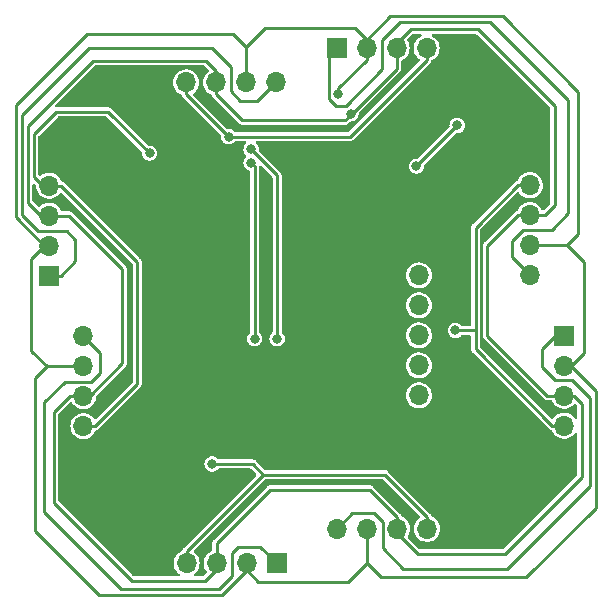
<source format=gbl>
G04 #@! TF.GenerationSoftware,KiCad,Pcbnew,7.0.2-6a45011f42~172~ubuntu22.04.1*
G04 #@! TF.CreationDate,2023-05-08T10:08:59-04:00*
G04 #@! TF.ProjectId,v2,76322e6b-6963-4616-945f-706362585858,rev?*
G04 #@! TF.SameCoordinates,Original*
G04 #@! TF.FileFunction,Copper,L2,Bot*
G04 #@! TF.FilePolarity,Positive*
%FSLAX46Y46*%
G04 Gerber Fmt 4.6, Leading zero omitted, Abs format (unit mm)*
G04 Created by KiCad (PCBNEW 7.0.2-6a45011f42~172~ubuntu22.04.1) date 2023-05-08 10:08:59*
%MOMM*%
%LPD*%
G01*
G04 APERTURE LIST*
G04 #@! TA.AperFunction,ComponentPad*
%ADD10O,1.700000X1.700000*%
G04 #@! TD*
G04 #@! TA.AperFunction,ComponentPad*
%ADD11R,1.700000X1.700000*%
G04 #@! TD*
G04 #@! TA.AperFunction,ViaPad*
%ADD12C,0.800000*%
G04 #@! TD*
G04 #@! TA.AperFunction,Conductor*
%ADD13C,0.250000*%
G04 #@! TD*
G04 APERTURE END LIST*
D10*
X87300000Y-121800000D03*
X89840000Y-121800000D03*
X92380000Y-121800000D03*
X94920000Y-121800000D03*
D11*
X97460000Y-121800000D03*
D10*
X109500000Y-107600000D03*
X109500000Y-105060000D03*
X109500000Y-102520000D03*
X109500000Y-99980000D03*
X109500000Y-97440000D03*
D11*
X109500000Y-94900000D03*
X102540000Y-78200000D03*
D10*
X105080000Y-78200000D03*
X107620000Y-78200000D03*
X110160000Y-78200000D03*
X112700000Y-78200000D03*
X121800000Y-112700000D03*
X121800000Y-110160000D03*
X121800000Y-107620000D03*
X121800000Y-105080000D03*
D11*
X121800000Y-102540000D03*
X81100000Y-112740000D03*
D10*
X81100000Y-110200000D03*
X81100000Y-107660000D03*
X81100000Y-105120000D03*
X81100000Y-102580000D03*
D11*
X118900000Y-87260000D03*
D10*
X118900000Y-89800000D03*
X118900000Y-92340000D03*
X118900000Y-94880000D03*
X118900000Y-97420000D03*
X78200000Y-87300000D03*
X78200000Y-89840000D03*
X78200000Y-92380000D03*
X78200000Y-94920000D03*
D11*
X78200000Y-97460000D03*
X87260000Y-81100000D03*
D10*
X89800000Y-81100000D03*
X92340000Y-81100000D03*
X94880000Y-81100000D03*
X97420000Y-81100000D03*
X102580000Y-118900000D03*
X105120000Y-118900000D03*
X107660000Y-118900000D03*
X110200000Y-118900000D03*
D11*
X112740000Y-118900000D03*
D12*
X112600000Y-102100000D03*
X97500000Y-102800000D03*
X92000000Y-113400000D03*
X95600000Y-102800000D03*
X103750000Y-83750000D03*
X102697655Y-82097655D03*
X112750000Y-84750000D03*
X109300000Y-88200000D03*
X95300000Y-86774500D03*
X95300000Y-87900000D03*
X86700000Y-87100000D03*
X93400000Y-85700000D03*
D13*
X78000000Y-105120000D02*
X76700000Y-103820000D01*
X76700000Y-103820000D02*
X76700000Y-96020000D01*
X76700000Y-96020000D02*
X77800000Y-94920000D01*
X77800000Y-94920000D02*
X75400000Y-92520000D01*
X75400000Y-92520000D02*
X75400000Y-83000000D01*
X75400000Y-83000000D02*
X81400000Y-77000000D01*
X81400000Y-77000000D02*
X93760000Y-77000000D01*
X93760000Y-77000000D02*
X94880000Y-78120000D01*
X79200000Y-97460000D02*
X78200000Y-97460000D01*
X94920000Y-122400000D02*
X95920000Y-123400000D01*
X95920000Y-123400000D02*
X103520000Y-123400000D01*
X103520000Y-123400000D02*
X105120000Y-121800000D01*
X122080000Y-94880000D02*
X123500000Y-96300000D01*
X123500000Y-96300000D02*
X123500000Y-104000000D01*
X123500000Y-104000000D02*
X122400000Y-105100000D01*
X105080000Y-77500000D02*
X104080000Y-76500000D01*
X104080000Y-76500000D02*
X96500000Y-76500000D01*
X96500000Y-76500000D02*
X94880000Y-78120000D01*
X81100000Y-110200000D02*
X82100000Y-110200000D01*
X77640000Y-89840000D02*
X76900000Y-89100000D01*
X82100000Y-110200000D02*
X85660000Y-106640000D01*
X85660000Y-106640000D02*
X85660000Y-96300000D01*
X85660000Y-96300000D02*
X79200000Y-89840000D01*
X79200000Y-89840000D02*
X77640000Y-89840000D01*
X76900000Y-85500000D02*
X78800000Y-83600000D01*
X76900000Y-89100000D02*
X76900000Y-85500000D01*
X78800000Y-83600000D02*
X83200000Y-83600000D01*
X83200000Y-83600000D02*
X86700000Y-87100000D01*
X84400000Y-96900000D02*
X84400000Y-104900000D01*
X77480000Y-92380000D02*
X79880000Y-92380000D01*
X79880000Y-92380000D02*
X84400000Y-96900000D01*
X81950001Y-79249999D02*
X76400000Y-84800000D01*
X103750000Y-83823147D02*
X103273147Y-84300000D01*
X76400000Y-84800000D02*
X76400000Y-91300000D01*
X91449999Y-79249999D02*
X81950001Y-79249999D01*
X92340000Y-80140000D02*
X91449999Y-79249999D01*
X92340000Y-82100000D02*
X92340000Y-80140000D01*
X76400000Y-91300000D02*
X77480000Y-92380000D01*
X94540000Y-84300000D02*
X92340000Y-82100000D01*
X103273147Y-84300000D02*
X94540000Y-84300000D01*
X103750000Y-83750000D02*
X103750000Y-83823147D01*
X84400000Y-104900000D02*
X81640000Y-107660000D01*
X81640000Y-107660000D02*
X81100000Y-107660000D01*
X97420000Y-81100000D02*
X95820000Y-82700000D01*
X95820000Y-82700000D02*
X94400000Y-82700000D01*
X94400000Y-82700000D02*
X93565000Y-81865000D01*
X93565000Y-81865000D02*
X93565000Y-79765000D01*
X93565000Y-79765000D02*
X92000000Y-78200000D01*
X92000000Y-78200000D02*
X81600000Y-78200000D01*
X80425000Y-96235000D02*
X79200000Y-97460000D01*
X81600000Y-78200000D02*
X75900000Y-83900000D01*
X75900000Y-83900000D02*
X75900000Y-92300000D01*
X80425000Y-94412588D02*
X80425000Y-96235000D01*
X75900000Y-92300000D02*
X77295000Y-93695000D01*
X79707412Y-93695000D02*
X80425000Y-94412588D01*
X77295000Y-93695000D02*
X79707412Y-93695000D01*
X94880000Y-78120000D02*
X94880000Y-81100000D01*
X89800000Y-82100000D02*
X89800000Y-81100000D01*
X110160000Y-79200000D02*
X110160000Y-78200000D01*
X102500000Y-83100000D02*
X101922655Y-82522655D01*
X103300000Y-83100000D02*
X102500000Y-83100000D01*
X117400000Y-95920000D02*
X117400000Y-94500000D01*
X106395000Y-80005000D02*
X103300000Y-83100000D01*
X106395000Y-77498794D02*
X106395000Y-80005000D01*
X107893794Y-76000000D02*
X106395000Y-77498794D01*
X122100000Y-82600000D02*
X115500000Y-76000000D01*
X101922655Y-82522655D02*
X101922655Y-78817345D01*
X122100000Y-92200000D02*
X122100000Y-82600000D01*
X118900000Y-97420000D02*
X117400000Y-95920000D01*
X115500000Y-76000000D02*
X107893794Y-76000000D01*
X120735000Y-93565000D02*
X122100000Y-92200000D01*
X118335000Y-93565000D02*
X120735000Y-93565000D01*
X117400000Y-94500000D02*
X118335000Y-93565000D01*
X101922655Y-78817345D02*
X102540000Y-78200000D01*
X105360000Y-115600000D02*
X107660000Y-117900000D01*
X107660000Y-119260000D02*
X109400000Y-121000000D01*
X109400000Y-121000000D02*
X116800000Y-121000000D01*
X107660000Y-117900000D02*
X107660000Y-119260000D01*
X96900000Y-115600000D02*
X105360000Y-115600000D01*
X91400000Y-123300000D02*
X92380000Y-122320000D01*
X81100000Y-107660000D02*
X79940000Y-107660000D01*
X117900000Y-92340000D02*
X120160000Y-92340000D01*
X114500000Y-76600000D02*
X108800000Y-76600000D01*
X108800000Y-76600000D02*
X107620000Y-77780000D01*
X78600000Y-116700000D02*
X85200000Y-123300000D01*
X85200000Y-123300000D02*
X91400000Y-123300000D01*
X116800000Y-121000000D02*
X123300000Y-114500000D01*
X92380000Y-120120000D02*
X96900000Y-115600000D01*
X92380000Y-122320000D02*
X92380000Y-120120000D01*
X123300000Y-108300000D02*
X122620000Y-107620000D01*
X78600000Y-109000000D02*
X78600000Y-116700000D01*
X79940000Y-107660000D02*
X78600000Y-109000000D01*
X121000000Y-91500000D02*
X121000000Y-83100000D01*
X123300000Y-114500000D02*
X123300000Y-108300000D01*
X122620000Y-107620000D02*
X120370000Y-107620000D01*
X120370000Y-107620000D02*
X115300000Y-102550000D01*
X115300000Y-102550000D02*
X115300000Y-94940000D01*
X115300000Y-94940000D02*
X117900000Y-92340000D01*
X107620000Y-77780000D02*
X107620000Y-79200000D01*
X120160000Y-92340000D02*
X121000000Y-91500000D01*
X121000000Y-83100000D02*
X114500000Y-76600000D01*
X122080000Y-94880000D02*
X123000000Y-93960000D01*
X123000000Y-93960000D02*
X123000000Y-81900000D01*
X123000000Y-81900000D02*
X116600000Y-75500000D01*
X116600000Y-75500000D02*
X107080000Y-75500000D01*
X107080000Y-75500000D02*
X105080000Y-77500000D01*
X117900000Y-89800000D02*
X118900000Y-89800000D01*
X118900000Y-94880000D02*
X122080000Y-94880000D01*
X121005000Y-106305000D02*
X119900000Y-105200000D01*
X119900000Y-103700000D02*
X121060000Y-102540000D01*
X119900000Y-105200000D02*
X119900000Y-103700000D01*
X124000000Y-107800000D02*
X122505000Y-106305000D01*
X124000000Y-115300000D02*
X124000000Y-107800000D01*
X108200000Y-122300000D02*
X117000000Y-122300000D01*
X121060000Y-102540000D02*
X121800000Y-102540000D01*
X122505000Y-106305000D02*
X121005000Y-106305000D01*
X106435000Y-118335000D02*
X106435000Y-120535000D01*
X105700000Y-117600000D02*
X106435000Y-118335000D01*
X106435000Y-120535000D02*
X108200000Y-122300000D01*
X103880000Y-117600000D02*
X105700000Y-117600000D01*
X117000000Y-122300000D02*
X124000000Y-115300000D01*
X102580000Y-118900000D02*
X103880000Y-117600000D01*
X122400000Y-105100000D02*
X121820000Y-105100000D01*
X121820000Y-105100000D02*
X121800000Y-105080000D01*
X114300000Y-102100000D02*
X114300000Y-103660000D01*
X114300000Y-103660000D02*
X120800000Y-110160000D01*
X120800000Y-110160000D02*
X121800000Y-110160000D01*
X105120000Y-121800000D02*
X106320000Y-123000000D01*
X106320000Y-123000000D02*
X118600000Y-123000000D01*
X118600000Y-123000000D02*
X124500000Y-117100000D01*
X124500000Y-117100000D02*
X124500000Y-107200000D01*
X124500000Y-107200000D02*
X122400000Y-105100000D01*
X110200000Y-118900000D02*
X110200000Y-117900000D01*
X110200000Y-117900000D02*
X106600000Y-114300000D01*
X106600000Y-114300000D02*
X96340000Y-114300000D01*
X105120000Y-118900000D02*
X105120000Y-121800000D01*
X89840000Y-120800000D02*
X89840000Y-121800000D01*
X81100000Y-102580000D02*
X82500000Y-103980000D01*
X82500000Y-103980000D02*
X82500000Y-105700000D01*
X94200000Y-120400000D02*
X96060000Y-120400000D01*
X96060000Y-120400000D02*
X97460000Y-121800000D01*
X82500000Y-105700000D02*
X81765000Y-106435000D01*
X84300000Y-124000000D02*
X92592894Y-124000000D01*
X81765000Y-106435000D02*
X79565000Y-106435000D01*
X93695000Y-120905000D02*
X94200000Y-120400000D01*
X79565000Y-106435000D02*
X77800000Y-108200000D01*
X77800000Y-108200000D02*
X77800000Y-117500000D01*
X77800000Y-117500000D02*
X84300000Y-124000000D01*
X92592894Y-124000000D02*
X93695000Y-122897894D01*
X93695000Y-122897894D02*
X93695000Y-120905000D01*
X78000000Y-105120000D02*
X77000000Y-106120000D01*
X77000000Y-106120000D02*
X77000000Y-119100000D01*
X77000000Y-119100000D02*
X82400000Y-124500000D01*
X82400000Y-124500000D02*
X92800000Y-124500000D01*
X92800000Y-124500000D02*
X94920000Y-122380000D01*
X81100000Y-105120000D02*
X78000000Y-105120000D01*
X105080000Y-79200000D02*
X102697655Y-81582345D01*
X102697655Y-81582345D02*
X102697655Y-82097655D01*
X105080000Y-79200000D02*
X105080000Y-77500000D01*
X114300000Y-93400000D02*
X114300000Y-102100000D01*
X112600000Y-102100000D02*
X114300000Y-102100000D01*
X97500000Y-88974500D02*
X97500000Y-102800000D01*
X96025500Y-87500000D02*
X97500000Y-88974500D01*
X95600000Y-102800000D02*
X95600000Y-88200000D01*
X95600000Y-88200000D02*
X95300000Y-87900000D01*
X95300000Y-86774500D02*
X96025500Y-87500000D01*
X92000000Y-113400000D02*
X95440000Y-113400000D01*
X95440000Y-113400000D02*
X96340000Y-114300000D01*
X109300000Y-88200000D02*
X112750000Y-84750000D01*
X107620000Y-79200000D02*
X107620000Y-79953147D01*
X103750000Y-83750000D02*
X103823147Y-83750000D01*
X103823147Y-83750000D02*
X107620000Y-79953147D01*
X117900000Y-89800000D02*
X114300000Y-93400000D01*
X96340000Y-114300000D02*
X89840000Y-120800000D01*
X103660000Y-85700000D02*
X110160000Y-79200000D01*
X93400000Y-85700000D02*
X89800000Y-82100000D01*
X93400000Y-85700000D02*
X103660000Y-85700000D01*
G04 #@! TA.AperFunction,Conductor*
G36*
X109678371Y-76995185D02*
G01*
X109724126Y-77047989D01*
X109734070Y-77117147D01*
X109705045Y-77180703D01*
X109676609Y-77204927D01*
X109493958Y-77318018D01*
X109343236Y-77455419D01*
X109220324Y-77618181D01*
X109129418Y-77800748D01*
X109073602Y-77996916D01*
X109054785Y-78200000D01*
X109073602Y-78403083D01*
X109129418Y-78599251D01*
X109220324Y-78781818D01*
X109343236Y-78944580D01*
X109452160Y-79043876D01*
X109493959Y-79081981D01*
X109503209Y-79087708D01*
X109517126Y-79096326D01*
X109563761Y-79148354D01*
X109574864Y-79217336D01*
X109546910Y-79281370D01*
X109539528Y-79289433D01*
X103540781Y-85288181D01*
X103479458Y-85321666D01*
X103453100Y-85324500D01*
X93996308Y-85324500D01*
X93929269Y-85304815D01*
X93894257Y-85270938D01*
X93890484Y-85265471D01*
X93890483Y-85265470D01*
X93772240Y-85160717D01*
X93758994Y-85153765D01*
X93632364Y-85087303D01*
X93478985Y-85049500D01*
X93331900Y-85049500D01*
X93264861Y-85029815D01*
X93244219Y-85013181D01*
X90420470Y-82189432D01*
X90386985Y-82128109D01*
X90391969Y-82058417D01*
X90433841Y-82002484D01*
X90442844Y-81996343D01*
X90466041Y-81981981D01*
X90616764Y-81844579D01*
X90739673Y-81681821D01*
X90739673Y-81681819D01*
X90739675Y-81681818D01*
X90789118Y-81582521D01*
X90830582Y-81499250D01*
X90886397Y-81303083D01*
X90905215Y-81100000D01*
X90886397Y-80896917D01*
X90830582Y-80700750D01*
X90830209Y-80700001D01*
X90739675Y-80518181D01*
X90616763Y-80355419D01*
X90466041Y-80218018D01*
X90292638Y-80110652D01*
X90102457Y-80036976D01*
X90034281Y-80024232D01*
X89901976Y-79999500D01*
X89698024Y-79999500D01*
X89610789Y-80015807D01*
X89497542Y-80036976D01*
X89307361Y-80110652D01*
X89133958Y-80218018D01*
X88983236Y-80355419D01*
X88860324Y-80518181D01*
X88769418Y-80700748D01*
X88713602Y-80896916D01*
X88694785Y-81100000D01*
X88713602Y-81303083D01*
X88769418Y-81499251D01*
X88860324Y-81681818D01*
X88983236Y-81844580D01*
X89133958Y-81981981D01*
X89307361Y-82089347D01*
X89307363Y-82089348D01*
X89352668Y-82106899D01*
X89356904Y-82108540D01*
X89412306Y-82151113D01*
X89435159Y-82208828D01*
X89436107Y-82216438D01*
X89436185Y-82216682D01*
X89464827Y-82269608D01*
X89467171Y-82274162D01*
X89493634Y-82328292D01*
X89493777Y-82328482D01*
X89499579Y-82333824D01*
X89499581Y-82333826D01*
X89538108Y-82369293D01*
X89541780Y-82372817D01*
X92715481Y-85546518D01*
X92748966Y-85607841D01*
X92750896Y-85649144D01*
X92744721Y-85699998D01*
X92763763Y-85856818D01*
X92819780Y-86004523D01*
X92909515Y-86134528D01*
X92909516Y-86134529D01*
X92909517Y-86134530D01*
X93027760Y-86239283D01*
X93167635Y-86312696D01*
X93321015Y-86350500D01*
X93478985Y-86350500D01*
X93632365Y-86312696D01*
X93772240Y-86239283D01*
X93890483Y-86134530D01*
X93894257Y-86129061D01*
X93948538Y-86085071D01*
X93996308Y-86075500D01*
X94781082Y-86075500D01*
X94848121Y-86095185D01*
X94893876Y-86147989D01*
X94903820Y-86217147D01*
X94874795Y-86280703D01*
X94863308Y-86292316D01*
X94809517Y-86339969D01*
X94719780Y-86469976D01*
X94663763Y-86617681D01*
X94644721Y-86774500D01*
X94655912Y-86866658D01*
X94663763Y-86931318D01*
X94719780Y-87079023D01*
X94809517Y-87209030D01*
X94849481Y-87244435D01*
X94886608Y-87303624D01*
X94885840Y-87373489D01*
X94849481Y-87430064D01*
X94809517Y-87465470D01*
X94809516Y-87465471D01*
X94719780Y-87595476D01*
X94663763Y-87743181D01*
X94644721Y-87900000D01*
X94663763Y-88056818D01*
X94719780Y-88204523D01*
X94809515Y-88334528D01*
X94809516Y-88334529D01*
X94809517Y-88334530D01*
X94927760Y-88439283D01*
X95067635Y-88512696D01*
X95130174Y-88528110D01*
X95190555Y-88563265D01*
X95222344Y-88625484D01*
X95224500Y-88648507D01*
X95224500Y-102207796D01*
X95204815Y-102274835D01*
X95182727Y-102300611D01*
X95109517Y-102365468D01*
X95019780Y-102495476D01*
X94963763Y-102643181D01*
X94944721Y-102800000D01*
X94963763Y-102956818D01*
X95019780Y-103104523D01*
X95109515Y-103234528D01*
X95109516Y-103234529D01*
X95109517Y-103234530D01*
X95227760Y-103339283D01*
X95367635Y-103412696D01*
X95521015Y-103450500D01*
X95678985Y-103450500D01*
X95832365Y-103412696D01*
X95972240Y-103339283D01*
X96090483Y-103234530D01*
X96180220Y-103104523D01*
X96236237Y-102956818D01*
X96255278Y-102800000D01*
X96236237Y-102643182D01*
X96180220Y-102495477D01*
X96104059Y-102385138D01*
X96090482Y-102365468D01*
X96017273Y-102300611D01*
X95980146Y-102241422D01*
X95975500Y-102207796D01*
X95975500Y-88280399D01*
X95995185Y-88213360D01*
X96047989Y-88167605D01*
X96117147Y-88157661D01*
X96180703Y-88186686D01*
X96187181Y-88192718D01*
X97088181Y-89093718D01*
X97121666Y-89155041D01*
X97124500Y-89181399D01*
X97124500Y-102207796D01*
X97104815Y-102274835D01*
X97082727Y-102300611D01*
X97009517Y-102365468D01*
X96919780Y-102495476D01*
X96863763Y-102643181D01*
X96844721Y-102800000D01*
X96863763Y-102956818D01*
X96919780Y-103104523D01*
X97009515Y-103234528D01*
X97009516Y-103234529D01*
X97009517Y-103234530D01*
X97127760Y-103339283D01*
X97267635Y-103412696D01*
X97421015Y-103450500D01*
X97578985Y-103450500D01*
X97732365Y-103412696D01*
X97872240Y-103339283D01*
X97990483Y-103234530D01*
X98080220Y-103104523D01*
X98136237Y-102956818D01*
X98155278Y-102800000D01*
X98136237Y-102643182D01*
X98089520Y-102520000D01*
X108394785Y-102520000D01*
X108395625Y-102529062D01*
X108413602Y-102723083D01*
X108469418Y-102919251D01*
X108560324Y-103101818D01*
X108683236Y-103264580D01*
X108833958Y-103401981D01*
X109003107Y-103506713D01*
X109007363Y-103509348D01*
X109197544Y-103583024D01*
X109398024Y-103620500D01*
X109398026Y-103620500D01*
X109601974Y-103620500D01*
X109601976Y-103620500D01*
X109802456Y-103583024D01*
X109992637Y-103509348D01*
X110166041Y-103401981D01*
X110316764Y-103264579D01*
X110439673Y-103101821D01*
X110439673Y-103101819D01*
X110439675Y-103101818D01*
X110511875Y-102956818D01*
X110530582Y-102919250D01*
X110586397Y-102723083D01*
X110605215Y-102520000D01*
X110586397Y-102316917D01*
X110581757Y-102300611D01*
X110555349Y-102207796D01*
X110530582Y-102120750D01*
X110512083Y-102083598D01*
X110439675Y-101938181D01*
X110316763Y-101775419D01*
X110166041Y-101638018D01*
X109992638Y-101530652D01*
X109802457Y-101456976D01*
X109708967Y-101439500D01*
X109601976Y-101419500D01*
X109398024Y-101419500D01*
X109297784Y-101438238D01*
X109197542Y-101456976D01*
X109007361Y-101530652D01*
X108833958Y-101638018D01*
X108683236Y-101775419D01*
X108560324Y-101938181D01*
X108469418Y-102120748D01*
X108413602Y-102316916D01*
X108395614Y-102511056D01*
X108394785Y-102520000D01*
X98089520Y-102520000D01*
X98080220Y-102495477D01*
X98004059Y-102385138D01*
X97990482Y-102365468D01*
X97917273Y-102300611D01*
X97880146Y-102241422D01*
X97875500Y-102207796D01*
X97875500Y-99979999D01*
X108394785Y-99979999D01*
X108413602Y-100183083D01*
X108469418Y-100379251D01*
X108560324Y-100561818D01*
X108683236Y-100724580D01*
X108833958Y-100861981D01*
X109007361Y-100969347D01*
X109007363Y-100969348D01*
X109197544Y-101043024D01*
X109398024Y-101080500D01*
X109398026Y-101080500D01*
X109601974Y-101080500D01*
X109601976Y-101080500D01*
X109802456Y-101043024D01*
X109992637Y-100969348D01*
X110166041Y-100861981D01*
X110316764Y-100724579D01*
X110439673Y-100561821D01*
X110439673Y-100561819D01*
X110439675Y-100561818D01*
X110485313Y-100470161D01*
X110530582Y-100379250D01*
X110586397Y-100183083D01*
X110605215Y-99980000D01*
X110586397Y-99776917D01*
X110530582Y-99580750D01*
X110530209Y-99580001D01*
X110439675Y-99398181D01*
X110316763Y-99235419D01*
X110166041Y-99098018D01*
X109992638Y-98990652D01*
X109802457Y-98916976D01*
X109735629Y-98904483D01*
X109601976Y-98879500D01*
X109398024Y-98879500D01*
X109297784Y-98898238D01*
X109197542Y-98916976D01*
X109007361Y-98990652D01*
X108833958Y-99098018D01*
X108683236Y-99235419D01*
X108560324Y-99398181D01*
X108469418Y-99580748D01*
X108413602Y-99776916D01*
X108394785Y-99979999D01*
X97875500Y-99979999D01*
X97875500Y-97440000D01*
X108394785Y-97440000D01*
X108413602Y-97643083D01*
X108469418Y-97839251D01*
X108560324Y-98021818D01*
X108683236Y-98184580D01*
X108833958Y-98321981D01*
X109007361Y-98429347D01*
X109007363Y-98429348D01*
X109197544Y-98503024D01*
X109398024Y-98540500D01*
X109398026Y-98540500D01*
X109601974Y-98540500D01*
X109601976Y-98540500D01*
X109802456Y-98503024D01*
X109992637Y-98429348D01*
X110166041Y-98321981D01*
X110316764Y-98184579D01*
X110439673Y-98021821D01*
X110439673Y-98021819D01*
X110439675Y-98021818D01*
X110530497Y-97839420D01*
X110530582Y-97839250D01*
X110586397Y-97643083D01*
X110605215Y-97440000D01*
X110586397Y-97236917D01*
X110580706Y-97216917D01*
X110549403Y-97106899D01*
X110530582Y-97040750D01*
X110520622Y-97020748D01*
X110439675Y-96858181D01*
X110316763Y-96695419D01*
X110166041Y-96558018D01*
X109992638Y-96450652D01*
X109802457Y-96376976D01*
X109695470Y-96356977D01*
X109601976Y-96339500D01*
X109398024Y-96339500D01*
X109304535Y-96356976D01*
X109197542Y-96376976D01*
X109007361Y-96450652D01*
X108833958Y-96558018D01*
X108683236Y-96695419D01*
X108560324Y-96858181D01*
X108469418Y-97040748D01*
X108413602Y-97236916D01*
X108394785Y-97440000D01*
X97875500Y-97440000D01*
X97875500Y-89026304D01*
X97878139Y-89000857D01*
X97880367Y-88990232D01*
X97876452Y-88958823D01*
X97875500Y-88943486D01*
X97875500Y-88943387D01*
X97875500Y-88943386D01*
X97872075Y-88922869D01*
X97871341Y-88917825D01*
X97863891Y-88858050D01*
X97863821Y-88857832D01*
X97860065Y-88850892D01*
X97860065Y-88850890D01*
X97835148Y-88804848D01*
X97832828Y-88800340D01*
X97809826Y-88753289D01*
X97809825Y-88753288D01*
X97806360Y-88746200D01*
X97806225Y-88746019D01*
X97800419Y-88740674D01*
X97761892Y-88705207D01*
X97758219Y-88701682D01*
X97256537Y-88199999D01*
X108644721Y-88199999D01*
X108663763Y-88356818D01*
X108719780Y-88504523D01*
X108809515Y-88634528D01*
X108809516Y-88634529D01*
X108809517Y-88634530D01*
X108927760Y-88739283D01*
X109067635Y-88812696D01*
X109221015Y-88850500D01*
X109378985Y-88850500D01*
X109532365Y-88812696D01*
X109672240Y-88739283D01*
X109790483Y-88634530D01*
X109880220Y-88504523D01*
X109936237Y-88356818D01*
X109955278Y-88200000D01*
X109949102Y-88149144D01*
X109960561Y-88080224D01*
X109984514Y-88046521D01*
X112594217Y-85436819D01*
X112655541Y-85403334D01*
X112681899Y-85400500D01*
X112828985Y-85400500D01*
X112982365Y-85362696D01*
X113122240Y-85289283D01*
X113240483Y-85184530D01*
X113330220Y-85054523D01*
X113386237Y-84906818D01*
X113405278Y-84750000D01*
X113386237Y-84593182D01*
X113330220Y-84445477D01*
X113240483Y-84315470D01*
X113122240Y-84210717D01*
X113108994Y-84203765D01*
X112982364Y-84137303D01*
X112828985Y-84099500D01*
X112671015Y-84099500D01*
X112517635Y-84137303D01*
X112377761Y-84210716D01*
X112259515Y-84315471D01*
X112169780Y-84445476D01*
X112113763Y-84593181D01*
X112094721Y-84750000D01*
X112100896Y-84800853D01*
X112089435Y-84869777D01*
X112065481Y-84903480D01*
X109455780Y-87513181D01*
X109394457Y-87546666D01*
X109368099Y-87549500D01*
X109221015Y-87549500D01*
X109067635Y-87587303D01*
X108927761Y-87660716D01*
X108809515Y-87765471D01*
X108719780Y-87895476D01*
X108663763Y-88043181D01*
X108644721Y-88199999D01*
X97256537Y-88199999D01*
X96262794Y-87206255D01*
X96262779Y-87206242D01*
X95984518Y-86927981D01*
X95951033Y-86866658D01*
X95949103Y-86825352D01*
X95955278Y-86774500D01*
X95936237Y-86617682D01*
X95880220Y-86469977D01*
X95790483Y-86339970D01*
X95736691Y-86292315D01*
X95699565Y-86233127D01*
X95700332Y-86163261D01*
X95738749Y-86104901D01*
X95802619Y-86076576D01*
X95818918Y-86075500D01*
X103608195Y-86075500D01*
X103633641Y-86078139D01*
X103637440Y-86078935D01*
X103644268Y-86080367D01*
X103674682Y-86076576D01*
X103675677Y-86076452D01*
X103691014Y-86075500D01*
X103691111Y-86075500D01*
X103691114Y-86075500D01*
X103711643Y-86072073D01*
X103716659Y-86071342D01*
X103768626Y-86064866D01*
X103768628Y-86064864D01*
X103776457Y-86063889D01*
X103776666Y-86063822D01*
X103783607Y-86060065D01*
X103783610Y-86060065D01*
X103829666Y-86035140D01*
X103834144Y-86032835D01*
X103881211Y-86009826D01*
X103881212Y-86009824D01*
X103888308Y-86006356D01*
X103888476Y-86006230D01*
X103893824Y-86000419D01*
X103893826Y-86000419D01*
X103929294Y-85961889D01*
X103932795Y-85958240D01*
X110388889Y-79502146D01*
X110408741Y-79486025D01*
X110417836Y-79480084D01*
X110437273Y-79455110D01*
X110447453Y-79443583D01*
X110447519Y-79443518D01*
X110459624Y-79426561D01*
X110462627Y-79422534D01*
X110494809Y-79381189D01*
X110494810Y-79381185D01*
X110499666Y-79374947D01*
X110499753Y-79374778D01*
X110502008Y-79367200D01*
X110502010Y-79367199D01*
X110516951Y-79317009D01*
X110518484Y-79312224D01*
X110527840Y-79284971D01*
X110568224Y-79227960D01*
X110600324Y-79209613D01*
X110652637Y-79189348D01*
X110826041Y-79081981D01*
X110924569Y-78992161D01*
X110976763Y-78944580D01*
X110980091Y-78940173D01*
X111099673Y-78781821D01*
X111099673Y-78781819D01*
X111099675Y-78781818D01*
X111184323Y-78611819D01*
X111190582Y-78599250D01*
X111246397Y-78403083D01*
X111265215Y-78200000D01*
X111246397Y-77996917D01*
X111239054Y-77971111D01*
X111209486Y-77867189D01*
X111190582Y-77800750D01*
X111190209Y-77800001D01*
X111099675Y-77618181D01*
X110976763Y-77455419D01*
X110826041Y-77318018D01*
X110643391Y-77204927D01*
X110596755Y-77152899D01*
X110585651Y-77083918D01*
X110613604Y-77019883D01*
X110671739Y-76981127D01*
X110708668Y-76975500D01*
X114293101Y-76975500D01*
X114360140Y-76995185D01*
X114380782Y-77011819D01*
X120588181Y-83219218D01*
X120621666Y-83280541D01*
X120624500Y-83306899D01*
X120624500Y-91293099D01*
X120604815Y-91360138D01*
X120588181Y-91380780D01*
X120084898Y-91884063D01*
X120023575Y-91917548D01*
X119953883Y-91912564D01*
X119897950Y-91870692D01*
X119886219Y-91851658D01*
X119839673Y-91758179D01*
X119814252Y-91724516D01*
X119716763Y-91595419D01*
X119566041Y-91458018D01*
X119392638Y-91350652D01*
X119202457Y-91276976D01*
X119135629Y-91264484D01*
X119001976Y-91239500D01*
X118798024Y-91239500D01*
X118697783Y-91258238D01*
X118597542Y-91276976D01*
X118407361Y-91350652D01*
X118233958Y-91458018D01*
X118083236Y-91595419D01*
X117960326Y-91758179D01*
X117885978Y-91907491D01*
X117838475Y-91958728D01*
X117790321Y-91975266D01*
X117783560Y-91976109D01*
X117783312Y-91976188D01*
X117730374Y-92004837D01*
X117725818Y-92007182D01*
X117671721Y-92033628D01*
X117671504Y-92033790D01*
X117630718Y-92078093D01*
X117627173Y-92081787D01*
X115071108Y-94637852D01*
X115051254Y-94653976D01*
X115042165Y-94659914D01*
X115022722Y-94684894D01*
X115012563Y-94696398D01*
X115012484Y-94696476D01*
X115012479Y-94696482D01*
X115012480Y-94696482D01*
X115000390Y-94713414D01*
X114997341Y-94717504D01*
X114960354Y-94765024D01*
X114960237Y-94765253D01*
X114943057Y-94822955D01*
X114941495Y-94827831D01*
X114921941Y-94884791D01*
X114919820Y-94899352D01*
X114923393Y-94921006D01*
X114924394Y-94945186D01*
X114924500Y-94950315D01*
X114924500Y-102041686D01*
X114915667Y-102071765D01*
X114921956Y-102083598D01*
X114924500Y-102108587D01*
X114924500Y-102498195D01*
X114921861Y-102523643D01*
X114920861Y-102528412D01*
X114916956Y-102535691D01*
X114918477Y-102538058D01*
X114922550Y-102557671D01*
X114923549Y-102565694D01*
X114924499Y-102580992D01*
X114924499Y-102581110D01*
X114927918Y-102601602D01*
X114928657Y-102606671D01*
X114936107Y-102666438D01*
X114936185Y-102666682D01*
X114964827Y-102719608D01*
X114967171Y-102724162D01*
X114993634Y-102778292D01*
X114993777Y-102778482D01*
X114999579Y-102783824D01*
X114999581Y-102783826D01*
X115038108Y-102819293D01*
X115041780Y-102822817D01*
X120067850Y-107848888D01*
X120083976Y-107868744D01*
X120089916Y-107877836D01*
X120114890Y-107897274D01*
X120126408Y-107907446D01*
X120126482Y-107907520D01*
X120136410Y-107914608D01*
X120143399Y-107919598D01*
X120147508Y-107922662D01*
X120195041Y-107959658D01*
X120195232Y-107959757D01*
X120229601Y-107969988D01*
X120252955Y-107976941D01*
X120257792Y-107978490D01*
X120307340Y-107995500D01*
X120314797Y-107998060D01*
X120315030Y-107998093D01*
X120322909Y-107997767D01*
X120322912Y-107997768D01*
X120375193Y-107995605D01*
X120380316Y-107995500D01*
X120680814Y-107995500D01*
X120747853Y-108015185D01*
X120791814Y-108064229D01*
X120860324Y-108201818D01*
X120983236Y-108364580D01*
X121133958Y-108501981D01*
X121307361Y-108609347D01*
X121307363Y-108609348D01*
X121497544Y-108683024D01*
X121698024Y-108720500D01*
X121698026Y-108720500D01*
X121901974Y-108720500D01*
X121901976Y-108720500D01*
X122102456Y-108683024D01*
X122292637Y-108609348D01*
X122466041Y-108501981D01*
X122616764Y-108364579D01*
X122624158Y-108354787D01*
X122680263Y-108313151D01*
X122749975Y-108308456D01*
X122810792Y-108341829D01*
X122873542Y-108404579D01*
X122888181Y-108419218D01*
X122921665Y-108480542D01*
X122924499Y-108506899D01*
X122924500Y-109452963D01*
X122904816Y-109520002D01*
X122852012Y-109565757D01*
X122782853Y-109575701D01*
X122719297Y-109546676D01*
X122701546Y-109527690D01*
X122616763Y-109415419D01*
X122466041Y-109278018D01*
X122292638Y-109170652D01*
X122102457Y-109096976D01*
X122035629Y-109084483D01*
X121901976Y-109059500D01*
X121698024Y-109059500D01*
X121597783Y-109078238D01*
X121497542Y-109096976D01*
X121307361Y-109170652D01*
X121133958Y-109278018D01*
X120983236Y-109415420D01*
X120898394Y-109527768D01*
X120842284Y-109569404D01*
X120772572Y-109574095D01*
X120711759Y-109540722D01*
X117733873Y-106562836D01*
X114711819Y-103540781D01*
X114678334Y-103479458D01*
X114675500Y-103453100D01*
X114675500Y-102572993D01*
X114685666Y-102538371D01*
X114675886Y-102512738D01*
X114675500Y-102502964D01*
X114675500Y-102120654D01*
X114675924Y-102110413D01*
X114676924Y-102098346D01*
X114683887Y-102080300D01*
X114681523Y-102076621D01*
X114680294Y-102072126D01*
X114679294Y-102068177D01*
X114675500Y-102037737D01*
X114675500Y-98483023D01*
X114675500Y-94926131D01*
X114683626Y-94898454D01*
X114675500Y-94870588D01*
X114675500Y-93606899D01*
X114695185Y-93539860D01*
X114711819Y-93519218D01*
X116255902Y-91975135D01*
X117811761Y-90419275D01*
X117873082Y-90385792D01*
X117942774Y-90390776D01*
X117998394Y-90432231D01*
X118083236Y-90544580D01*
X118233958Y-90681981D01*
X118298561Y-90721981D01*
X118407363Y-90789348D01*
X118597544Y-90863024D01*
X118798024Y-90900500D01*
X118798026Y-90900500D01*
X119001974Y-90900500D01*
X119001976Y-90900500D01*
X119202456Y-90863024D01*
X119392637Y-90789348D01*
X119566041Y-90681981D01*
X119716764Y-90544579D01*
X119839673Y-90381821D01*
X119839673Y-90381819D01*
X119839675Y-90381818D01*
X119910664Y-90239250D01*
X119930582Y-90199250D01*
X119986397Y-90003083D01*
X120005215Y-89800000D01*
X119987712Y-89611111D01*
X119986397Y-89596916D01*
X119958702Y-89499581D01*
X119930582Y-89400750D01*
X119859591Y-89258179D01*
X119839675Y-89218181D01*
X119716763Y-89055419D01*
X119566041Y-88918018D01*
X119392638Y-88810652D01*
X119202457Y-88736976D01*
X119135629Y-88724484D01*
X119001976Y-88699500D01*
X118798024Y-88699500D01*
X118697783Y-88718238D01*
X118597542Y-88736976D01*
X118407361Y-88810652D01*
X118233958Y-88918018D01*
X118083236Y-89055419D01*
X117960326Y-89218179D01*
X117885978Y-89367489D01*
X117838475Y-89418726D01*
X117790324Y-89435264D01*
X117783571Y-89436106D01*
X117783312Y-89436189D01*
X117730370Y-89464838D01*
X117725820Y-89467180D01*
X117671715Y-89493632D01*
X117671505Y-89493788D01*
X117630718Y-89538094D01*
X117627171Y-89541790D01*
X114071108Y-93097852D01*
X114051254Y-93113976D01*
X114042165Y-93119914D01*
X114022722Y-93144894D01*
X114012563Y-93156398D01*
X114012484Y-93156476D01*
X114012479Y-93156482D01*
X114012480Y-93156482D01*
X114000390Y-93173414D01*
X113997341Y-93177504D01*
X113960354Y-93225024D01*
X113960237Y-93225253D01*
X113943057Y-93282955D01*
X113941495Y-93287831D01*
X113921941Y-93344792D01*
X113921906Y-93345034D01*
X113924394Y-93405191D01*
X113924500Y-93410315D01*
X113924500Y-101600500D01*
X113904815Y-101667539D01*
X113852011Y-101713294D01*
X113800500Y-101724500D01*
X113196308Y-101724500D01*
X113129269Y-101704815D01*
X113094257Y-101670938D01*
X113090484Y-101665471D01*
X113059497Y-101638019D01*
X112972240Y-101560717D01*
X112888900Y-101516976D01*
X112832364Y-101487303D01*
X112678985Y-101449500D01*
X112521015Y-101449500D01*
X112367635Y-101487303D01*
X112227761Y-101560716D01*
X112109515Y-101665471D01*
X112019780Y-101795476D01*
X111963763Y-101943181D01*
X111944721Y-102099999D01*
X111963763Y-102256818D01*
X112019780Y-102404523D01*
X112109515Y-102534528D01*
X112109516Y-102534529D01*
X112109517Y-102534530D01*
X112227760Y-102639283D01*
X112367635Y-102712696D01*
X112521015Y-102750500D01*
X112678985Y-102750500D01*
X112832365Y-102712696D01*
X112972240Y-102639283D01*
X113090483Y-102534530D01*
X113094257Y-102529061D01*
X113148538Y-102485071D01*
X113196308Y-102475500D01*
X113800500Y-102475500D01*
X113867539Y-102495185D01*
X113913294Y-102547989D01*
X113924500Y-102599500D01*
X113924500Y-103608196D01*
X113921861Y-103633642D01*
X113920642Y-103639458D01*
X113919633Y-103644268D01*
X113922150Y-103664462D01*
X113923548Y-103675676D01*
X113924500Y-103691013D01*
X113924500Y-103691116D01*
X113927918Y-103711602D01*
X113928657Y-103716670D01*
X113936107Y-103776438D01*
X113936185Y-103776682D01*
X113964827Y-103829608D01*
X113967171Y-103834162D01*
X113993634Y-103888292D01*
X113993777Y-103888482D01*
X113999579Y-103893824D01*
X113999581Y-103893826D01*
X114038108Y-103929293D01*
X114041780Y-103932817D01*
X120497850Y-110388887D01*
X120513977Y-110408746D01*
X120519915Y-110417835D01*
X120544894Y-110437277D01*
X120556412Y-110447449D01*
X120556481Y-110447518D01*
X120573389Y-110459590D01*
X120577494Y-110462650D01*
X120618811Y-110494809D01*
X120618812Y-110494809D01*
X120625043Y-110499659D01*
X120625234Y-110499757D01*
X120632800Y-110502009D01*
X120632801Y-110502010D01*
X120682955Y-110516941D01*
X120687792Y-110518490D01*
X120713690Y-110527381D01*
X120770704Y-110567766D01*
X120784425Y-110589390D01*
X120860324Y-110741818D01*
X120983236Y-110904580D01*
X121133958Y-111041981D01*
X121198561Y-111081981D01*
X121307363Y-111149348D01*
X121497544Y-111223024D01*
X121698024Y-111260500D01*
X121698026Y-111260500D01*
X121901974Y-111260500D01*
X121901976Y-111260500D01*
X122102456Y-111223024D01*
X122292637Y-111149348D01*
X122466041Y-111041981D01*
X122616764Y-110904579D01*
X122645115Y-110867036D01*
X122701546Y-110792310D01*
X122757654Y-110750673D01*
X122827366Y-110745981D01*
X122888549Y-110779724D01*
X122921776Y-110841187D01*
X122924500Y-110867036D01*
X122924500Y-114293099D01*
X122904815Y-114360138D01*
X122888181Y-114380780D01*
X116680781Y-120588181D01*
X116619458Y-120621666D01*
X116593100Y-120624500D01*
X109606899Y-120624500D01*
X109539860Y-120604815D01*
X109519218Y-120588181D01*
X108595594Y-119664556D01*
X108562109Y-119603233D01*
X108567093Y-119533541D01*
X108584321Y-119502148D01*
X108599673Y-119481821D01*
X108690582Y-119299250D01*
X108746397Y-119103083D01*
X108765215Y-118900000D01*
X108746397Y-118696917D01*
X108690582Y-118500750D01*
X108690209Y-118500001D01*
X108599675Y-118318181D01*
X108476763Y-118155419D01*
X108326041Y-118018018D01*
X108152635Y-117910650D01*
X108103094Y-117891458D01*
X108047692Y-117848885D01*
X108024839Y-117791164D01*
X108023889Y-117783545D01*
X108023821Y-117783332D01*
X108020065Y-117776392D01*
X108020065Y-117776390D01*
X107995148Y-117730348D01*
X107992828Y-117725840D01*
X107969826Y-117678789D01*
X107969825Y-117678788D01*
X107966360Y-117671700D01*
X107966225Y-117671519D01*
X107960419Y-117666174D01*
X107921892Y-117630707D01*
X107918219Y-117627182D01*
X105662149Y-115371111D01*
X105646022Y-115351253D01*
X105640083Y-115342162D01*
X105615110Y-115322725D01*
X105603593Y-115312554D01*
X105603519Y-115312480D01*
X105586594Y-115300397D01*
X105582480Y-115297330D01*
X105541189Y-115265191D01*
X105541186Y-115265190D01*
X105534963Y-115260346D01*
X105534761Y-115260242D01*
X105527200Y-115257990D01*
X105527199Y-115257990D01*
X105477036Y-115243055D01*
X105472174Y-115241497D01*
X105453640Y-115235135D01*
X105415202Y-115221939D01*
X105414969Y-115221906D01*
X105375265Y-115223548D01*
X105354806Y-115224394D01*
X105349684Y-115224500D01*
X96951803Y-115224500D01*
X96926357Y-115221861D01*
X96915731Y-115219633D01*
X96884324Y-115223548D01*
X96868987Y-115224500D01*
X96868886Y-115224500D01*
X96848359Y-115227924D01*
X96843300Y-115228661D01*
X96783560Y-115236108D01*
X96783312Y-115236188D01*
X96730374Y-115264837D01*
X96725818Y-115267182D01*
X96671717Y-115293630D01*
X96671505Y-115293788D01*
X96630718Y-115338094D01*
X96627171Y-115341790D01*
X92151108Y-119817852D01*
X92131254Y-119833976D01*
X92122165Y-119839914D01*
X92102722Y-119864894D01*
X92092563Y-119876398D01*
X92092484Y-119876476D01*
X92092479Y-119876482D01*
X92092480Y-119876482D01*
X92080390Y-119893414D01*
X92077341Y-119897504D01*
X92040354Y-119945024D01*
X92040237Y-119945253D01*
X92023057Y-120002955D01*
X92021495Y-120007831D01*
X92001941Y-120064792D01*
X92001905Y-120065036D01*
X92004393Y-120125193D01*
X92004499Y-120130315D01*
X92004499Y-120680331D01*
X91984814Y-120747370D01*
X91932010Y-120793125D01*
X91925293Y-120795957D01*
X91887364Y-120810650D01*
X91713958Y-120918018D01*
X91563236Y-121055419D01*
X91440324Y-121218181D01*
X91349418Y-121400748D01*
X91293602Y-121596916D01*
X91274785Y-121800000D01*
X91293602Y-122003083D01*
X91349418Y-122199251D01*
X91440324Y-122381818D01*
X91524518Y-122493308D01*
X91549210Y-122558670D01*
X91534645Y-122627004D01*
X91513245Y-122655716D01*
X91280781Y-122888181D01*
X91219458Y-122921666D01*
X91193100Y-122924500D01*
X90550174Y-122924500D01*
X90483135Y-122904815D01*
X90437380Y-122852011D01*
X90427436Y-122782853D01*
X90456461Y-122719297D01*
X90484897Y-122695073D01*
X90488641Y-122692754D01*
X90506041Y-122681981D01*
X90644523Y-122555737D01*
X90656763Y-122544580D01*
X90656764Y-122544579D01*
X90779673Y-122381821D01*
X90779673Y-122381819D01*
X90779675Y-122381818D01*
X90825313Y-122290161D01*
X90870582Y-122199250D01*
X90926397Y-122003083D01*
X90945215Y-121800000D01*
X90926397Y-121596917D01*
X90870582Y-121400750D01*
X90856306Y-121372080D01*
X90779675Y-121218181D01*
X90656763Y-121055419D01*
X90506041Y-120918019D01*
X90482873Y-120903674D01*
X90436237Y-120851647D01*
X90425133Y-120782665D01*
X90453086Y-120718631D01*
X90460457Y-120710578D01*
X96459217Y-114711819D01*
X96520541Y-114678334D01*
X96546899Y-114675500D01*
X106393101Y-114675500D01*
X106460140Y-114695185D01*
X106480782Y-114711819D01*
X109579528Y-117810566D01*
X109613013Y-117871889D01*
X109608029Y-117941581D01*
X109566157Y-117997514D01*
X109557128Y-118003672D01*
X109533958Y-118018019D01*
X109383236Y-118155419D01*
X109260324Y-118318181D01*
X109169418Y-118500748D01*
X109113602Y-118696916D01*
X109094785Y-118900000D01*
X109113602Y-119103083D01*
X109169418Y-119299251D01*
X109260324Y-119481818D01*
X109383236Y-119644580D01*
X109533958Y-119781981D01*
X109707361Y-119889347D01*
X109707363Y-119889348D01*
X109897544Y-119963024D01*
X110098024Y-120000500D01*
X110098026Y-120000500D01*
X110301974Y-120000500D01*
X110301976Y-120000500D01*
X110502456Y-119963024D01*
X110692637Y-119889348D01*
X110866041Y-119781981D01*
X110956556Y-119699466D01*
X111016763Y-119644580D01*
X111139675Y-119481818D01*
X111216847Y-119326834D01*
X111230582Y-119299250D01*
X111286397Y-119103083D01*
X111305215Y-118900000D01*
X111286397Y-118696917D01*
X111230582Y-118500750D01*
X111230209Y-118500001D01*
X111139675Y-118318181D01*
X111016763Y-118155419D01*
X110866041Y-118018018D01*
X110692635Y-117910650D01*
X110643094Y-117891458D01*
X110587692Y-117848885D01*
X110564839Y-117791164D01*
X110563889Y-117783545D01*
X110563821Y-117783332D01*
X110560065Y-117776392D01*
X110560065Y-117776390D01*
X110535148Y-117730348D01*
X110532828Y-117725840D01*
X110509826Y-117678789D01*
X110509825Y-117678788D01*
X110506360Y-117671700D01*
X110506225Y-117671519D01*
X110500419Y-117666174D01*
X110461891Y-117630706D01*
X110458218Y-117627181D01*
X106902149Y-114071111D01*
X106886022Y-114051253D01*
X106880083Y-114042162D01*
X106855110Y-114022725D01*
X106843593Y-114012554D01*
X106843519Y-114012480D01*
X106826594Y-114000397D01*
X106822480Y-113997330D01*
X106781189Y-113965191D01*
X106781186Y-113965190D01*
X106774963Y-113960346D01*
X106774761Y-113960242D01*
X106767200Y-113957990D01*
X106767199Y-113957990D01*
X106717036Y-113943055D01*
X106712174Y-113941497D01*
X106700780Y-113937586D01*
X106655202Y-113921939D01*
X106654969Y-113921906D01*
X106609910Y-113923769D01*
X106594806Y-113924394D01*
X106589684Y-113924500D01*
X96546899Y-113924500D01*
X96479860Y-113904815D01*
X96459218Y-113888181D01*
X95742149Y-113171111D01*
X95726022Y-113151253D01*
X95720083Y-113142162D01*
X95695110Y-113122725D01*
X95683593Y-113112554D01*
X95683519Y-113112480D01*
X95666594Y-113100397D01*
X95662480Y-113097330D01*
X95621189Y-113065191D01*
X95621186Y-113065190D01*
X95614963Y-113060346D01*
X95614761Y-113060242D01*
X95607200Y-113057990D01*
X95607199Y-113057990D01*
X95557036Y-113043055D01*
X95552174Y-113041497D01*
X95540780Y-113037586D01*
X95495202Y-113021939D01*
X95494969Y-113021906D01*
X95449910Y-113023769D01*
X95434806Y-113024394D01*
X95429684Y-113024500D01*
X92596308Y-113024500D01*
X92529269Y-113004815D01*
X92494257Y-112970938D01*
X92490484Y-112965471D01*
X92490483Y-112965470D01*
X92372240Y-112860717D01*
X92358994Y-112853764D01*
X92232364Y-112787303D01*
X92078985Y-112749500D01*
X91921015Y-112749500D01*
X91767635Y-112787303D01*
X91627761Y-112860716D01*
X91509515Y-112965471D01*
X91419780Y-113095476D01*
X91363763Y-113243181D01*
X91344721Y-113400000D01*
X91363763Y-113556818D01*
X91419780Y-113704523D01*
X91509515Y-113834528D01*
X91509516Y-113834529D01*
X91509517Y-113834530D01*
X91627760Y-113939283D01*
X91767635Y-114012696D01*
X91921015Y-114050500D01*
X92078985Y-114050500D01*
X92232365Y-114012696D01*
X92372240Y-113939283D01*
X92490483Y-113834530D01*
X92494257Y-113829061D01*
X92548538Y-113785071D01*
X92596308Y-113775500D01*
X95233101Y-113775500D01*
X95300140Y-113795185D01*
X95320782Y-113811819D01*
X95721281Y-114212318D01*
X95754766Y-114273641D01*
X95749782Y-114343333D01*
X95721281Y-114387680D01*
X89611108Y-120497852D01*
X89591254Y-120513976D01*
X89582165Y-120519914D01*
X89562722Y-120544894D01*
X89552563Y-120556398D01*
X89552484Y-120556476D01*
X89552479Y-120556482D01*
X89552480Y-120556482D01*
X89540390Y-120573414D01*
X89537341Y-120577504D01*
X89500354Y-120625024D01*
X89500237Y-120625253D01*
X89483057Y-120682955D01*
X89481494Y-120687835D01*
X89472160Y-120715023D01*
X89431774Y-120772038D01*
X89399675Y-120790385D01*
X89347362Y-120810652D01*
X89173958Y-120918018D01*
X89023236Y-121055419D01*
X88900324Y-121218181D01*
X88809418Y-121400748D01*
X88753602Y-121596916D01*
X88734785Y-121800000D01*
X88753602Y-122003083D01*
X88809418Y-122199251D01*
X88900324Y-122381818D01*
X89023236Y-122544580D01*
X89110905Y-122624500D01*
X89173959Y-122681981D01*
X89187467Y-122690345D01*
X89195103Y-122695073D01*
X89241739Y-122747101D01*
X89252843Y-122816082D01*
X89224890Y-122880117D01*
X89166755Y-122918873D01*
X89129826Y-122924500D01*
X85406899Y-122924500D01*
X85339860Y-122904815D01*
X85319218Y-122888181D01*
X79011819Y-116580781D01*
X78978334Y-116519458D01*
X78975500Y-116493100D01*
X78975500Y-109206898D01*
X78995185Y-109139859D01*
X79011814Y-109119221D01*
X79948343Y-108182692D01*
X80009664Y-108149209D01*
X80079355Y-108154193D01*
X80135289Y-108196065D01*
X80147021Y-108215102D01*
X80160324Y-108241817D01*
X80283236Y-108404580D01*
X80433958Y-108541981D01*
X80607361Y-108649347D01*
X80607363Y-108649348D01*
X80797544Y-108723024D01*
X80998024Y-108760500D01*
X80998026Y-108760500D01*
X81201974Y-108760500D01*
X81201976Y-108760500D01*
X81402456Y-108723024D01*
X81592637Y-108649348D01*
X81766041Y-108541981D01*
X81916764Y-108404579D01*
X82039673Y-108241821D01*
X82039673Y-108241819D01*
X82039675Y-108241818D01*
X82117559Y-108085403D01*
X82130582Y-108059250D01*
X82173754Y-107907518D01*
X82186397Y-107863084D01*
X82192789Y-107794099D01*
X82204574Y-107666908D01*
X82230360Y-107601974D01*
X82240356Y-107590679D01*
X84628889Y-105202146D01*
X84648741Y-105186025D01*
X84657836Y-105180084D01*
X84677273Y-105155110D01*
X84687453Y-105143583D01*
X84687519Y-105143518D01*
X84699624Y-105126561D01*
X84702627Y-105122534D01*
X84734809Y-105081189D01*
X84734810Y-105081185D01*
X84739666Y-105074947D01*
X84739753Y-105074779D01*
X84744153Y-105060000D01*
X84756955Y-105016997D01*
X84758486Y-105012218D01*
X84775500Y-104962660D01*
X84775500Y-104962656D01*
X84778060Y-104955200D01*
X84778093Y-104954970D01*
X84777767Y-104947091D01*
X84777768Y-104947089D01*
X84775606Y-104894807D01*
X84775500Y-104889684D01*
X84775500Y-96951803D01*
X84778139Y-96926357D01*
X84778365Y-96925274D01*
X84780367Y-96915731D01*
X84776452Y-96884323D01*
X84775500Y-96868986D01*
X84775500Y-96868889D01*
X84775500Y-96868888D01*
X84775500Y-96868886D01*
X84772070Y-96848336D01*
X84771342Y-96843340D01*
X84764865Y-96791374D01*
X84764863Y-96791371D01*
X84763887Y-96783536D01*
X84763823Y-96783334D01*
X84760065Y-96776390D01*
X84735150Y-96730352D01*
X84732815Y-96725815D01*
X84709826Y-96678789D01*
X84709825Y-96678788D01*
X84706361Y-96671702D01*
X84706225Y-96671519D01*
X84700419Y-96666174D01*
X84661891Y-96630706D01*
X84658218Y-96627181D01*
X80182149Y-92151111D01*
X80166022Y-92131253D01*
X80160083Y-92122162D01*
X80135110Y-92102725D01*
X80123593Y-92092554D01*
X80123519Y-92092480D01*
X80106594Y-92080397D01*
X80102480Y-92077330D01*
X80061189Y-92045191D01*
X80061186Y-92045190D01*
X80054963Y-92040346D01*
X80054761Y-92040242D01*
X80047200Y-92037990D01*
X80047199Y-92037990D01*
X79997036Y-92023055D01*
X79992174Y-92021497D01*
X79980780Y-92017586D01*
X79935202Y-92001939D01*
X79934969Y-92001906D01*
X79889910Y-92003769D01*
X79874806Y-92004394D01*
X79869684Y-92004500D01*
X79319186Y-92004500D01*
X79252147Y-91984815D01*
X79208186Y-91935771D01*
X79139675Y-91798181D01*
X79016763Y-91635419D01*
X78866041Y-91498018D01*
X78692638Y-91390652D01*
X78502457Y-91316976D01*
X78435629Y-91304484D01*
X78301976Y-91279500D01*
X78098024Y-91279500D01*
X77997783Y-91298238D01*
X77897542Y-91316976D01*
X77707361Y-91390652D01*
X77533958Y-91498018D01*
X77409646Y-91611345D01*
X77346842Y-91641962D01*
X77277455Y-91633765D01*
X77238427Y-91607389D01*
X76811819Y-91180781D01*
X76778334Y-91119458D01*
X76775500Y-91093100D01*
X76775500Y-89805899D01*
X76795185Y-89738860D01*
X76847989Y-89693105D01*
X76917147Y-89683161D01*
X76980703Y-89712186D01*
X76987181Y-89718218D01*
X77061677Y-89792714D01*
X77095162Y-89854037D01*
X77097467Y-89868954D01*
X77113602Y-90043083D01*
X77169418Y-90239251D01*
X77260324Y-90421818D01*
X77383236Y-90584580D01*
X77533958Y-90721981D01*
X77707361Y-90829347D01*
X77707363Y-90829348D01*
X77897544Y-90903024D01*
X78098024Y-90940500D01*
X78098026Y-90940500D01*
X78301974Y-90940500D01*
X78301976Y-90940500D01*
X78502456Y-90903024D01*
X78692637Y-90829348D01*
X78866041Y-90721981D01*
X79016764Y-90584579D01*
X79046971Y-90544579D01*
X79101605Y-90472232D01*
X79157714Y-90430595D01*
X79227426Y-90425904D01*
X79288240Y-90459277D01*
X85248181Y-96419218D01*
X85281666Y-96480541D01*
X85284500Y-96506899D01*
X85284500Y-106433099D01*
X85264815Y-106500138D01*
X85248181Y-106520780D01*
X82188239Y-109580721D01*
X82126916Y-109614206D01*
X82057224Y-109609222D01*
X82001604Y-109567767D01*
X81916763Y-109455419D01*
X81766041Y-109318018D01*
X81592638Y-109210652D01*
X81402457Y-109136976D01*
X81307453Y-109119217D01*
X81201976Y-109099500D01*
X80998024Y-109099500D01*
X80897784Y-109118238D01*
X80797542Y-109136976D01*
X80607361Y-109210652D01*
X80433958Y-109318018D01*
X80283236Y-109455419D01*
X80160324Y-109618181D01*
X80069418Y-109800748D01*
X80013602Y-109996916D01*
X79994785Y-110200000D01*
X80013602Y-110403083D01*
X80069418Y-110599251D01*
X80160324Y-110781818D01*
X80283236Y-110944580D01*
X80433958Y-111081981D01*
X80607361Y-111189347D01*
X80607363Y-111189348D01*
X80797544Y-111263024D01*
X80998024Y-111300500D01*
X80998026Y-111300500D01*
X81201974Y-111300500D01*
X81201976Y-111300500D01*
X81402456Y-111263024D01*
X81592637Y-111189348D01*
X81766041Y-111081981D01*
X81916764Y-110944579D01*
X82039673Y-110781821D01*
X82114022Y-110632506D01*
X82161522Y-110581273D01*
X82209689Y-110564732D01*
X82216462Y-110563888D01*
X82216666Y-110563822D01*
X82223607Y-110560065D01*
X82223610Y-110560065D01*
X82269666Y-110535140D01*
X82274144Y-110532835D01*
X82321211Y-110509826D01*
X82321212Y-110509824D01*
X82328308Y-110506356D01*
X82328476Y-110506230D01*
X82333824Y-110500419D01*
X82333826Y-110500419D01*
X82369294Y-110461889D01*
X82372795Y-110458240D01*
X85231035Y-107600000D01*
X108394785Y-107600000D01*
X108413602Y-107803083D01*
X108469418Y-107999251D01*
X108560324Y-108181818D01*
X108683236Y-108344580D01*
X108833958Y-108481981D01*
X109007361Y-108589347D01*
X109007363Y-108589348D01*
X109197544Y-108663024D01*
X109398024Y-108700500D01*
X109398026Y-108700500D01*
X109601974Y-108700500D01*
X109601976Y-108700500D01*
X109802456Y-108663024D01*
X109992637Y-108589348D01*
X110166041Y-108481981D01*
X110316764Y-108344579D01*
X110439673Y-108181821D01*
X110439673Y-108181819D01*
X110439675Y-108181818D01*
X110487683Y-108085403D01*
X110530582Y-107999250D01*
X110586397Y-107803083D01*
X110605215Y-107600000D01*
X110587992Y-107414138D01*
X110586397Y-107396916D01*
X110553797Y-107282343D01*
X110530582Y-107200750D01*
X110503244Y-107145847D01*
X110439675Y-107018181D01*
X110316763Y-106855419D01*
X110166041Y-106718018D01*
X109992638Y-106610652D01*
X109802457Y-106536976D01*
X109735629Y-106524483D01*
X109601976Y-106499500D01*
X109398024Y-106499500D01*
X109297784Y-106518238D01*
X109197542Y-106536976D01*
X109007361Y-106610652D01*
X108833958Y-106718018D01*
X108683236Y-106855419D01*
X108560324Y-107018181D01*
X108469418Y-107200748D01*
X108413602Y-107396916D01*
X108394785Y-107600000D01*
X85231035Y-107600000D01*
X85888889Y-106942146D01*
X85908741Y-106926025D01*
X85917836Y-106920084D01*
X85937273Y-106895110D01*
X85947453Y-106883583D01*
X85947519Y-106883518D01*
X85959624Y-106866561D01*
X85962627Y-106862534D01*
X85994809Y-106821189D01*
X85994810Y-106821185D01*
X85999666Y-106814947D01*
X85999753Y-106814779D01*
X86004193Y-106799866D01*
X86016955Y-106756997D01*
X86018486Y-106752218D01*
X86035500Y-106702660D01*
X86035500Y-106702656D01*
X86038060Y-106695200D01*
X86038093Y-106694970D01*
X86037767Y-106687091D01*
X86037768Y-106687089D01*
X86035606Y-106634807D01*
X86035500Y-106629684D01*
X86035500Y-105060000D01*
X108394785Y-105060000D01*
X108413602Y-105263083D01*
X108469418Y-105459251D01*
X108560324Y-105641818D01*
X108683236Y-105804580D01*
X108833958Y-105941981D01*
X109007361Y-106049347D01*
X109007363Y-106049348D01*
X109197544Y-106123024D01*
X109398024Y-106160500D01*
X109398026Y-106160500D01*
X109601974Y-106160500D01*
X109601976Y-106160500D01*
X109802456Y-106123024D01*
X109992637Y-106049348D01*
X110166041Y-105941981D01*
X110316764Y-105804579D01*
X110439673Y-105641821D01*
X110439673Y-105641819D01*
X110439675Y-105641818D01*
X110502730Y-105515185D01*
X110530582Y-105459250D01*
X110586397Y-105263083D01*
X110605215Y-105060000D01*
X110586397Y-104856917D01*
X110530582Y-104660750D01*
X110530209Y-104660001D01*
X110439675Y-104478181D01*
X110316763Y-104315419D01*
X110166041Y-104178018D01*
X109992638Y-104070652D01*
X109802457Y-103996976D01*
X109708967Y-103979500D01*
X109601976Y-103959500D01*
X109398024Y-103959500D01*
X109297784Y-103978238D01*
X109197542Y-103996976D01*
X109007361Y-104070652D01*
X108833958Y-104178018D01*
X108683236Y-104315419D01*
X108560324Y-104478181D01*
X108469418Y-104660748D01*
X108413602Y-104856916D01*
X108394785Y-105060000D01*
X86035500Y-105060000D01*
X86035500Y-96351803D01*
X86038139Y-96326356D01*
X86040367Y-96315732D01*
X86036452Y-96284322D01*
X86035500Y-96268985D01*
X86035500Y-96268888D01*
X86035500Y-96268886D01*
X86032074Y-96248357D01*
X86031341Y-96243325D01*
X86024866Y-96191375D01*
X86024864Y-96191371D01*
X86023889Y-96183547D01*
X86023819Y-96183327D01*
X86011119Y-96159860D01*
X85995159Y-96130369D01*
X85992822Y-96125829D01*
X85966360Y-96071700D01*
X85966225Y-96071519D01*
X85935908Y-96043610D01*
X85921891Y-96030706D01*
X85918218Y-96027181D01*
X79502149Y-89611111D01*
X79486022Y-89591253D01*
X79480083Y-89582162D01*
X79455110Y-89562725D01*
X79443593Y-89552554D01*
X79443519Y-89552480D01*
X79426594Y-89540397D01*
X79422480Y-89537330D01*
X79381189Y-89505191D01*
X79381186Y-89505190D01*
X79374963Y-89500346D01*
X79374761Y-89500242D01*
X79367200Y-89497990D01*
X79367199Y-89497990D01*
X79317036Y-89483055D01*
X79312162Y-89481493D01*
X79286309Y-89472617D01*
X79229294Y-89432230D01*
X79215574Y-89410608D01*
X79139675Y-89258181D01*
X79016763Y-89095419D01*
X78866041Y-88958018D01*
X78692638Y-88850652D01*
X78502457Y-88776976D01*
X78435629Y-88764484D01*
X78301976Y-88739500D01*
X78098024Y-88739500D01*
X78024259Y-88753289D01*
X77897542Y-88776976D01*
X77707364Y-88850651D01*
X77649561Y-88886440D01*
X77533959Y-88958019D01*
X77533956Y-88958021D01*
X77533957Y-88958021D01*
X77493342Y-88995045D01*
X77430537Y-89025661D01*
X77361151Y-89017461D01*
X77322125Y-88991087D01*
X77311819Y-88980781D01*
X77278334Y-88919458D01*
X77275500Y-88893100D01*
X77275500Y-85706899D01*
X77295185Y-85639860D01*
X77311819Y-85619218D01*
X78919219Y-84011819D01*
X78980542Y-83978334D01*
X79006900Y-83975500D01*
X82993101Y-83975500D01*
X83060140Y-83995185D01*
X83080782Y-84011819D01*
X86015481Y-86946518D01*
X86048966Y-87007841D01*
X86050896Y-87049144D01*
X86044721Y-87099998D01*
X86063763Y-87256818D01*
X86119780Y-87404523D01*
X86209515Y-87534528D01*
X86209516Y-87534529D01*
X86209517Y-87534530D01*
X86327760Y-87639283D01*
X86467635Y-87712696D01*
X86621015Y-87750500D01*
X86778985Y-87750500D01*
X86932365Y-87712696D01*
X87072240Y-87639283D01*
X87190483Y-87534530D01*
X87280220Y-87404523D01*
X87336237Y-87256818D01*
X87355278Y-87100000D01*
X87336237Y-86943182D01*
X87280220Y-86795477D01*
X87190483Y-86665470D01*
X87072240Y-86560717D01*
X87058994Y-86553765D01*
X86932364Y-86487303D01*
X86778985Y-86449500D01*
X86631900Y-86449500D01*
X86564861Y-86429815D01*
X86544219Y-86413181D01*
X83502149Y-83371111D01*
X83486022Y-83351253D01*
X83480083Y-83342162D01*
X83455110Y-83322725D01*
X83443593Y-83312554D01*
X83443519Y-83312480D01*
X83426594Y-83300397D01*
X83422480Y-83297330D01*
X83381189Y-83265191D01*
X83381186Y-83265190D01*
X83374963Y-83260346D01*
X83374761Y-83260242D01*
X83367200Y-83257990D01*
X83367199Y-83257990D01*
X83317036Y-83243055D01*
X83312174Y-83241497D01*
X83293637Y-83235134D01*
X83255202Y-83221939D01*
X83254969Y-83221906D01*
X83209910Y-83223769D01*
X83194806Y-83224394D01*
X83189684Y-83224500D01*
X78851804Y-83224500D01*
X78826358Y-83221861D01*
X78795481Y-83215387D01*
X78795917Y-83213306D01*
X78757521Y-83207044D01*
X78705591Y-83160299D01*
X78687177Y-83092900D01*
X78708125Y-83026244D01*
X78723469Y-83007567D01*
X82069219Y-79661817D01*
X82130542Y-79628333D01*
X82156900Y-79625499D01*
X91243100Y-79625499D01*
X91310139Y-79645184D01*
X91330781Y-79661818D01*
X91694825Y-80025862D01*
X91728310Y-80087185D01*
X91723326Y-80156877D01*
X91681454Y-80212810D01*
X91674382Y-80217632D01*
X91523236Y-80355419D01*
X91400324Y-80518181D01*
X91309418Y-80700748D01*
X91253602Y-80896916D01*
X91234785Y-81100000D01*
X91253602Y-81303083D01*
X91309418Y-81499251D01*
X91400324Y-81681818D01*
X91523236Y-81844580D01*
X91673958Y-81981981D01*
X91847361Y-82089347D01*
X91847363Y-82089348D01*
X91892668Y-82106899D01*
X91896904Y-82108540D01*
X91952306Y-82151113D01*
X91975159Y-82208828D01*
X91976107Y-82216438D01*
X91976185Y-82216682D01*
X92004827Y-82269608D01*
X92007171Y-82274162D01*
X92033634Y-82328292D01*
X92033779Y-82328485D01*
X92078080Y-82369267D01*
X92081779Y-82372816D01*
X94237850Y-84528888D01*
X94253976Y-84548744D01*
X94259916Y-84557836D01*
X94284890Y-84577274D01*
X94296408Y-84587446D01*
X94296482Y-84587520D01*
X94304411Y-84593181D01*
X94313399Y-84599598D01*
X94317508Y-84602662D01*
X94365041Y-84639658D01*
X94365232Y-84639757D01*
X94399601Y-84649988D01*
X94422955Y-84656941D01*
X94427792Y-84658490D01*
X94477340Y-84675500D01*
X94484797Y-84678060D01*
X94485030Y-84678093D01*
X94492909Y-84677767D01*
X94492912Y-84677768D01*
X94545193Y-84675605D01*
X94550316Y-84675500D01*
X103221342Y-84675500D01*
X103246788Y-84678139D01*
X103250587Y-84678935D01*
X103257415Y-84680367D01*
X103287285Y-84676643D01*
X103288824Y-84676452D01*
X103304161Y-84675500D01*
X103304258Y-84675500D01*
X103304261Y-84675500D01*
X103324790Y-84672073D01*
X103329806Y-84671342D01*
X103381773Y-84664866D01*
X103381775Y-84664864D01*
X103389604Y-84663889D01*
X103389813Y-84663822D01*
X103396754Y-84660065D01*
X103396757Y-84660065D01*
X103442813Y-84635140D01*
X103447291Y-84632835D01*
X103494358Y-84609826D01*
X103494359Y-84609824D01*
X103501455Y-84606356D01*
X103501623Y-84606230D01*
X103506971Y-84600419D01*
X103506973Y-84600419D01*
X103542429Y-84561902D01*
X103545929Y-84558253D01*
X103667365Y-84436818D01*
X103728690Y-84403334D01*
X103755047Y-84400500D01*
X103828985Y-84400500D01*
X103982365Y-84362696D01*
X104122240Y-84289283D01*
X104240483Y-84184530D01*
X104330220Y-84054523D01*
X104386237Y-83906818D01*
X104405278Y-83750000D01*
X104405277Y-83749999D01*
X104407093Y-83735052D01*
X104411806Y-83735624D01*
X104418455Y-83695506D01*
X104442435Y-83661747D01*
X107848892Y-80255291D01*
X107868743Y-80239171D01*
X107877836Y-80233231D01*
X107897280Y-80208248D01*
X107907453Y-80196731D01*
X107907520Y-80196665D01*
X107919619Y-80179717D01*
X107922641Y-80175662D01*
X107954809Y-80134336D01*
X107954810Y-80134332D01*
X107959666Y-80128094D01*
X107959753Y-80127925D01*
X107962008Y-80120347D01*
X107962010Y-80120346D01*
X107976951Y-80070156D01*
X107978479Y-80065385D01*
X107995500Y-80015807D01*
X107995500Y-80015802D01*
X107998060Y-80008346D01*
X107998093Y-80008117D01*
X107997767Y-80000237D01*
X107997768Y-80000235D01*
X107995605Y-79947953D01*
X107995500Y-79942831D01*
X107995500Y-79319668D01*
X108015185Y-79252629D01*
X108067989Y-79206874D01*
X108074695Y-79204046D01*
X108112637Y-79189348D01*
X108286041Y-79081981D01*
X108384569Y-78992161D01*
X108436763Y-78944580D01*
X108440091Y-78940173D01*
X108559673Y-78781821D01*
X108559673Y-78781819D01*
X108559675Y-78781818D01*
X108644323Y-78611819D01*
X108650582Y-78599250D01*
X108706397Y-78403083D01*
X108725215Y-78200000D01*
X108706397Y-77996917D01*
X108699054Y-77971111D01*
X108669486Y-77867189D01*
X108650582Y-77800750D01*
X108650209Y-77800001D01*
X108559675Y-77618181D01*
X108518506Y-77563665D01*
X108493814Y-77498304D01*
X108508379Y-77429969D01*
X108529775Y-77401261D01*
X108919218Y-77011819D01*
X108980542Y-76978334D01*
X109006900Y-76975500D01*
X109611332Y-76975500D01*
X109678371Y-76995185D01*
G37*
G04 #@! TD.AperFunction*
M02*

</source>
